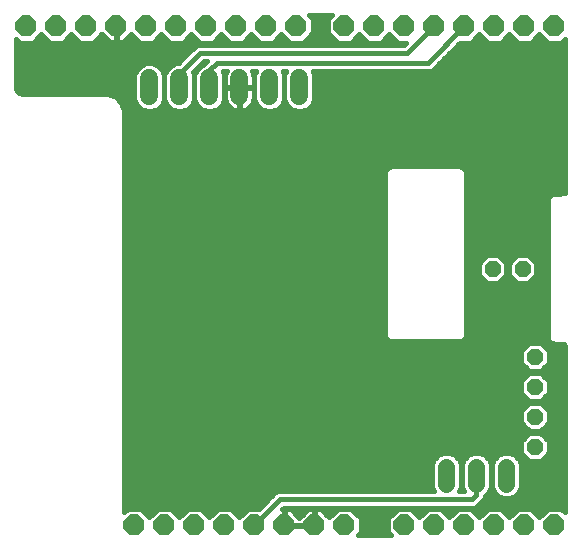
<source format=gbl>
G75*
%MOIN*%
%OFA0B0*%
%FSLAX24Y24*%
%IPPOS*%
%LPD*%
%AMOC8*
5,1,8,0,0,1.08239X$1,22.5*
%
%ADD10OC8,0.0700*%
%ADD11C,0.0600*%
%ADD12OC8,0.0520*%
%ADD13C,0.0560*%
%ADD14C,0.0160*%
%ADD15R,0.0396X0.0396*%
D10*
X004380Y000840D03*
X005380Y000840D03*
X006380Y000840D03*
X007380Y000840D03*
X008380Y000840D03*
X009380Y000840D03*
X010380Y000840D03*
X011380Y000840D03*
X013380Y000840D03*
X014380Y000840D03*
X015380Y000840D03*
X016380Y000840D03*
X017380Y000840D03*
X018380Y000840D03*
X018380Y017480D03*
X017380Y017480D03*
X016380Y017480D03*
X015380Y017480D03*
X014380Y017480D03*
X013380Y017480D03*
X012380Y017480D03*
X011380Y017480D03*
X009780Y017480D03*
X008780Y017480D03*
X007780Y017480D03*
X006780Y017480D03*
X005780Y017480D03*
X004780Y017480D03*
X003780Y017480D03*
X002780Y017480D03*
X001780Y017480D03*
X000780Y017480D03*
D11*
X004880Y015740D02*
X004880Y015140D01*
X005880Y015140D02*
X005880Y015740D01*
X006880Y015740D02*
X006880Y015140D01*
X007880Y015140D02*
X007880Y015740D01*
X008880Y015740D02*
X008880Y015140D01*
X009880Y015140D02*
X009880Y015740D01*
D12*
X016320Y009380D03*
X017320Y009380D03*
X017730Y006455D03*
X017730Y005455D03*
X017730Y004455D03*
X017730Y003455D03*
D13*
X016780Y002780D02*
X016780Y002220D01*
X015780Y002220D02*
X015780Y002780D01*
X014780Y002780D02*
X014780Y002220D01*
D14*
X004040Y001278D02*
X004040Y014671D01*
X003940Y014914D01*
X003754Y015100D01*
X003511Y015200D01*
X000680Y015200D01*
X000633Y015205D01*
X000547Y015240D01*
X000480Y015307D01*
X000445Y015393D01*
X000440Y015440D01*
X000440Y017042D01*
X000552Y016930D01*
X001008Y016930D01*
X001280Y017202D01*
X001552Y016930D01*
X002008Y016930D01*
X002280Y017202D01*
X002552Y016930D01*
X003008Y016930D01*
X003294Y017216D01*
X003560Y016950D01*
X003760Y016950D01*
X003760Y017460D01*
X003800Y017460D01*
X003800Y016950D01*
X004000Y016950D01*
X004266Y017216D01*
X004552Y016930D01*
X005008Y016930D01*
X005280Y017202D01*
X005552Y016930D01*
X006008Y016930D01*
X006280Y017202D01*
X006552Y016930D01*
X007008Y016930D01*
X007280Y017202D01*
X007552Y016930D01*
X008008Y016930D01*
X008280Y017202D01*
X008552Y016930D01*
X009008Y016930D01*
X009280Y017202D01*
X009552Y016930D01*
X010008Y016930D01*
X010330Y017252D01*
X010330Y017708D01*
X010198Y017840D01*
X010962Y017840D01*
X010830Y017708D01*
X010830Y017252D01*
X011152Y016930D01*
X011608Y016930D01*
X011880Y017202D01*
X012152Y016930D01*
X012608Y016930D01*
X012880Y017202D01*
X013152Y016930D01*
X013434Y016930D01*
X013364Y016860D01*
X006524Y016860D01*
X006421Y016817D01*
X006343Y016739D01*
X005844Y016240D01*
X005781Y016240D01*
X005597Y016164D01*
X005456Y016023D01*
X005380Y015839D01*
X005304Y016023D01*
X005163Y016164D01*
X004979Y016240D01*
X004781Y016240D01*
X004597Y016164D01*
X004456Y016023D01*
X004380Y015839D01*
X004380Y015041D01*
X004456Y014857D01*
X004597Y014716D01*
X004781Y014640D01*
X004979Y014640D01*
X005163Y014716D01*
X005304Y014857D01*
X005380Y015041D01*
X005380Y015839D01*
X005380Y015041D01*
X005456Y014857D01*
X005597Y014716D01*
X005781Y014640D01*
X005979Y014640D01*
X006163Y014716D01*
X006304Y014857D01*
X006380Y015041D01*
X006456Y014857D01*
X006597Y014716D01*
X006781Y014640D01*
X006979Y014640D01*
X007163Y014716D01*
X007304Y014857D01*
X007380Y015041D01*
X007380Y015839D01*
X007322Y015980D01*
X007464Y015980D01*
X007435Y015924D01*
X007412Y015852D01*
X007400Y015778D01*
X007400Y015460D01*
X007860Y015460D01*
X007860Y015420D01*
X007900Y015420D01*
X007900Y015460D01*
X008360Y015460D01*
X008360Y015778D01*
X008348Y015852D01*
X008325Y015924D01*
X008296Y015980D01*
X008438Y015980D01*
X008380Y015839D01*
X008380Y015041D01*
X008456Y014857D01*
X008597Y014716D01*
X008781Y014640D01*
X008979Y014640D01*
X009163Y014716D01*
X009304Y014857D01*
X009380Y015041D01*
X009456Y014857D01*
X009597Y014716D01*
X009781Y014640D01*
X009979Y014640D01*
X010163Y014716D01*
X010304Y014857D01*
X010380Y015041D01*
X010380Y015839D01*
X010322Y015980D01*
X014216Y015980D01*
X014319Y016023D01*
X015226Y016930D01*
X015608Y016930D01*
X015880Y017202D01*
X016152Y016930D01*
X016608Y016930D01*
X016880Y017202D01*
X017152Y016930D01*
X017608Y016930D01*
X017880Y017202D01*
X018152Y016930D01*
X018608Y016930D01*
X018720Y017042D01*
X018720Y011992D01*
X018720Y011940D01*
X018719Y011932D01*
X018713Y011918D01*
X018702Y011907D01*
X018688Y011901D01*
X018680Y011900D01*
X018628Y011900D01*
X018580Y011880D01*
X018368Y011880D01*
X018273Y011840D01*
X018200Y011767D01*
X018160Y011672D01*
X018160Y007088D01*
X018200Y006993D01*
X018273Y006920D01*
X018368Y006880D01*
X018660Y006880D01*
X018672Y006879D01*
X018693Y006870D01*
X018710Y006853D01*
X018719Y006832D01*
X018720Y006820D01*
X018720Y001278D01*
X018608Y001390D01*
X018152Y001390D01*
X017880Y001118D01*
X017608Y001390D01*
X017152Y001390D01*
X016880Y001118D01*
X016608Y001390D01*
X016152Y001390D01*
X015880Y001118D01*
X015608Y001390D01*
X015152Y001390D01*
X014880Y001118D01*
X014608Y001390D01*
X014152Y001390D01*
X013880Y001118D01*
X013608Y001390D01*
X013152Y001390D01*
X012830Y001068D01*
X012830Y000612D01*
X012942Y000500D01*
X011818Y000500D01*
X011930Y000612D01*
X011930Y001068D01*
X011608Y001390D01*
X011152Y001390D01*
X010866Y001104D01*
X010600Y001370D01*
X010400Y001370D01*
X010400Y000860D01*
X010360Y000860D01*
X010360Y001370D01*
X010160Y001370D01*
X009880Y001090D01*
X009600Y001370D01*
X009400Y001370D01*
X009400Y000860D01*
X009360Y000860D01*
X009360Y001370D01*
X009306Y001370D01*
X009356Y001420D01*
X015676Y001420D01*
X015779Y001463D01*
X015857Y001541D01*
X016017Y001701D01*
X016060Y001804D01*
X016060Y001821D01*
X016187Y001948D01*
X016260Y002125D01*
X016260Y002875D01*
X016187Y003052D01*
X016052Y003187D01*
X015875Y003260D01*
X015685Y003260D01*
X015508Y003187D01*
X015373Y003052D01*
X015300Y002875D01*
X015300Y002125D01*
X015360Y001980D01*
X015200Y001980D01*
X015260Y002125D01*
X015260Y002875D01*
X015187Y003052D01*
X015052Y003187D01*
X014875Y003260D01*
X014685Y003260D01*
X014508Y003187D01*
X014373Y003052D01*
X014300Y002875D01*
X014300Y002125D01*
X014360Y001980D01*
X009184Y001980D01*
X009081Y001937D01*
X008534Y001390D01*
X008152Y001390D01*
X007880Y001118D01*
X007608Y001390D01*
X007152Y001390D01*
X006880Y001118D01*
X006608Y001390D01*
X006152Y001390D01*
X005880Y001118D01*
X005608Y001390D01*
X005152Y001390D01*
X004880Y001118D01*
X004608Y001390D01*
X004152Y001390D01*
X004040Y001278D01*
X004040Y001352D02*
X004114Y001352D01*
X004040Y001510D02*
X008654Y001510D01*
X008813Y001669D02*
X004040Y001669D01*
X004040Y001827D02*
X008971Y001827D01*
X009240Y001700D02*
X008380Y000840D01*
X007955Y001193D02*
X007805Y001193D01*
X007646Y001352D02*
X008114Y001352D01*
X007114Y001352D02*
X006646Y001352D01*
X006805Y001193D02*
X006955Y001193D01*
X006114Y001352D02*
X005646Y001352D01*
X005805Y001193D02*
X005955Y001193D01*
X005114Y001352D02*
X004646Y001352D01*
X004805Y001193D02*
X004955Y001193D01*
X004040Y001986D02*
X014358Y001986D01*
X014300Y002144D02*
X004040Y002144D01*
X004040Y002303D02*
X014300Y002303D01*
X014300Y002461D02*
X004040Y002461D01*
X004040Y002620D02*
X014300Y002620D01*
X014300Y002778D02*
X004040Y002778D01*
X004040Y002937D02*
X014325Y002937D01*
X014416Y003095D02*
X004040Y003095D01*
X004040Y003254D02*
X014669Y003254D01*
X014891Y003254D02*
X015669Y003254D01*
X015891Y003254D02*
X016669Y003254D01*
X016685Y003260D02*
X016508Y003187D01*
X016373Y003052D01*
X016300Y002875D01*
X016300Y002125D01*
X016373Y001948D01*
X016508Y001813D01*
X016685Y001740D01*
X016875Y001740D01*
X017052Y001813D01*
X017187Y001948D01*
X017260Y002125D01*
X017260Y002875D01*
X017187Y003052D01*
X017052Y003187D01*
X016875Y003260D01*
X016685Y003260D01*
X016891Y003254D02*
X017281Y003254D01*
X017270Y003264D02*
X017540Y002995D01*
X017921Y002995D01*
X018190Y003264D01*
X018190Y003645D01*
X017921Y003915D01*
X017540Y003915D01*
X017270Y003645D01*
X017270Y003264D01*
X017270Y003412D02*
X004040Y003412D01*
X004040Y003571D02*
X017270Y003571D01*
X017354Y003729D02*
X004040Y003729D01*
X004040Y003888D02*
X017512Y003888D01*
X017540Y003995D02*
X017921Y003995D01*
X018190Y004264D01*
X018190Y004645D01*
X017921Y004915D01*
X017540Y004915D01*
X017270Y004645D01*
X017270Y004264D01*
X017540Y003995D01*
X017488Y004046D02*
X004040Y004046D01*
X004040Y004205D02*
X017330Y004205D01*
X017270Y004363D02*
X004040Y004363D01*
X004040Y004522D02*
X017270Y004522D01*
X017305Y004680D02*
X004040Y004680D01*
X004040Y004839D02*
X017463Y004839D01*
X017540Y004995D02*
X017921Y004995D01*
X018190Y005264D01*
X018190Y005645D01*
X017921Y005915D01*
X017540Y005915D01*
X017270Y005645D01*
X017270Y005264D01*
X017540Y004995D01*
X017537Y004997D02*
X004040Y004997D01*
X004040Y005156D02*
X017379Y005156D01*
X017270Y005314D02*
X004040Y005314D01*
X004040Y005473D02*
X017270Y005473D01*
X017270Y005631D02*
X004040Y005631D01*
X004040Y005790D02*
X017414Y005790D01*
X017540Y005995D02*
X017921Y005995D01*
X018190Y006264D01*
X018190Y006645D01*
X017921Y006915D01*
X017540Y006915D01*
X017270Y006645D01*
X017270Y006264D01*
X017540Y005995D01*
X017428Y006107D02*
X004040Y006107D01*
X004040Y006265D02*
X017270Y006265D01*
X017270Y006424D02*
X004040Y006424D01*
X004040Y006582D02*
X017270Y006582D01*
X017365Y006741D02*
X004040Y006741D01*
X004040Y006899D02*
X017524Y006899D01*
X017937Y006899D02*
X018322Y006899D01*
X018173Y007058D02*
X015365Y007058D01*
X015400Y007093D02*
X015440Y007188D01*
X015440Y012592D01*
X015400Y012687D01*
X015327Y012760D01*
X015232Y012800D01*
X012928Y012800D01*
X012833Y012760D01*
X012760Y012687D01*
X012720Y012592D01*
X012720Y007188D01*
X012760Y007093D01*
X012833Y007020D01*
X012928Y006980D01*
X013032Y006980D01*
X015232Y006980D01*
X015327Y007020D01*
X015400Y007093D01*
X015440Y007216D02*
X018160Y007216D01*
X018160Y007375D02*
X015440Y007375D01*
X015440Y007533D02*
X018160Y007533D01*
X018160Y007692D02*
X015440Y007692D01*
X015440Y007850D02*
X018160Y007850D01*
X018160Y008009D02*
X015440Y008009D01*
X015440Y008167D02*
X018160Y008167D01*
X018160Y008326D02*
X015440Y008326D01*
X015440Y008484D02*
X018160Y008484D01*
X018160Y008643D02*
X015440Y008643D01*
X015440Y008801D02*
X018160Y008801D01*
X018160Y008960D02*
X017550Y008960D01*
X017511Y008920D02*
X017780Y009189D01*
X017780Y009571D01*
X017511Y009840D01*
X017129Y009840D01*
X016860Y009571D01*
X016860Y009189D01*
X017129Y008920D01*
X017511Y008920D01*
X017709Y009118D02*
X018160Y009118D01*
X018160Y009277D02*
X017780Y009277D01*
X017780Y009435D02*
X018160Y009435D01*
X018160Y009594D02*
X017757Y009594D01*
X017599Y009752D02*
X018160Y009752D01*
X018160Y009911D02*
X015440Y009911D01*
X015440Y010069D02*
X018160Y010069D01*
X018160Y010228D02*
X015440Y010228D01*
X015440Y010386D02*
X018160Y010386D01*
X018160Y010545D02*
X015440Y010545D01*
X015440Y010703D02*
X018160Y010703D01*
X018160Y010862D02*
X015440Y010862D01*
X015440Y011020D02*
X018160Y011020D01*
X018160Y011179D02*
X015440Y011179D01*
X015440Y011337D02*
X018160Y011337D01*
X018160Y011496D02*
X015440Y011496D01*
X015440Y011654D02*
X018160Y011654D01*
X018245Y011813D02*
X015440Y011813D01*
X015440Y011971D02*
X018720Y011971D01*
X018720Y012130D02*
X015440Y012130D01*
X015440Y012288D02*
X018720Y012288D01*
X018720Y012447D02*
X015440Y012447D01*
X015434Y012605D02*
X018720Y012605D01*
X018720Y012764D02*
X015320Y012764D01*
X012840Y012764D02*
X004040Y012764D01*
X004040Y012922D02*
X018720Y012922D01*
X018720Y013081D02*
X004040Y013081D01*
X004040Y013239D02*
X018720Y013239D01*
X018720Y013398D02*
X004040Y013398D01*
X004040Y013556D02*
X018720Y013556D01*
X018720Y013715D02*
X004040Y013715D01*
X004040Y013873D02*
X018720Y013873D01*
X018720Y014032D02*
X004040Y014032D01*
X004040Y014190D02*
X018720Y014190D01*
X018720Y014349D02*
X004040Y014349D01*
X004040Y014507D02*
X018720Y014507D01*
X018720Y014666D02*
X010041Y014666D01*
X010271Y014824D02*
X018720Y014824D01*
X018720Y014983D02*
X010356Y014983D01*
X010380Y015141D02*
X018720Y015141D01*
X018720Y015300D02*
X010380Y015300D01*
X010380Y015458D02*
X018720Y015458D01*
X018720Y015617D02*
X010380Y015617D01*
X010380Y015775D02*
X018720Y015775D01*
X018720Y015934D02*
X010341Y015934D01*
X009438Y015980D02*
X009380Y015839D01*
X009380Y015041D01*
X009380Y015839D01*
X009322Y015980D01*
X009438Y015980D01*
X009419Y015934D02*
X009341Y015934D01*
X009380Y015775D02*
X009380Y015775D01*
X009380Y015617D02*
X009380Y015617D01*
X009380Y015458D02*
X009380Y015458D01*
X009380Y015300D02*
X009380Y015300D01*
X009380Y015141D02*
X009380Y015141D01*
X009356Y014983D02*
X009404Y014983D01*
X009489Y014824D02*
X009271Y014824D01*
X009041Y014666D02*
X009719Y014666D01*
X008719Y014666D02*
X007953Y014666D01*
X007918Y014660D02*
X007992Y014672D01*
X008064Y014695D01*
X008132Y014729D01*
X008193Y014774D01*
X008246Y014827D01*
X008291Y014888D01*
X008325Y014956D01*
X008348Y015028D01*
X008360Y015102D01*
X008360Y015420D01*
X007900Y015420D01*
X007900Y014660D01*
X007918Y014660D01*
X007900Y014666D02*
X007860Y014666D01*
X007860Y014660D02*
X007860Y015420D01*
X007400Y015420D01*
X007400Y015102D01*
X007412Y015028D01*
X007435Y014956D01*
X007469Y014888D01*
X007514Y014827D01*
X007567Y014774D01*
X007628Y014729D01*
X007696Y014695D01*
X007768Y014672D01*
X007842Y014660D01*
X007860Y014660D01*
X007807Y014666D02*
X007041Y014666D01*
X007271Y014824D02*
X007517Y014824D01*
X007426Y014983D02*
X007356Y014983D01*
X007380Y015141D02*
X007400Y015141D01*
X007400Y015300D02*
X007380Y015300D01*
X007380Y015458D02*
X007860Y015458D01*
X007900Y015458D02*
X008380Y015458D01*
X008380Y015300D02*
X008360Y015300D01*
X008360Y015141D02*
X008380Y015141D01*
X008404Y014983D02*
X008334Y014983D01*
X008243Y014824D02*
X008489Y014824D01*
X007900Y014824D02*
X007860Y014824D01*
X007860Y014983D02*
X007900Y014983D01*
X007900Y015141D02*
X007860Y015141D01*
X007860Y015300D02*
X007900Y015300D01*
X007400Y015617D02*
X007380Y015617D01*
X007380Y015775D02*
X007400Y015775D01*
X007440Y015934D02*
X007341Y015934D01*
X007140Y016260D02*
X014160Y016260D01*
X015380Y017480D01*
X015721Y017043D02*
X016039Y017043D01*
X015881Y017202D02*
X015879Y017202D01*
X015181Y016885D02*
X018720Y016885D01*
X018720Y016726D02*
X015022Y016726D01*
X014864Y016568D02*
X018720Y016568D01*
X018720Y016409D02*
X014705Y016409D01*
X014547Y016251D02*
X018720Y016251D01*
X018720Y016092D02*
X014388Y016092D01*
X013480Y016580D02*
X014380Y017480D01*
X013389Y016885D02*
X000440Y016885D01*
X000440Y016726D02*
X006330Y016726D01*
X006172Y016568D02*
X000440Y016568D01*
X000440Y016409D02*
X006013Y016409D01*
X005855Y016251D02*
X000440Y016251D01*
X000440Y016092D02*
X004525Y016092D01*
X004419Y015934D02*
X000440Y015934D01*
X000440Y015775D02*
X004380Y015775D01*
X004380Y015617D02*
X000440Y015617D01*
X000440Y015458D02*
X004380Y015458D01*
X004380Y015300D02*
X000488Y015300D01*
X001121Y017043D02*
X001439Y017043D01*
X001281Y017202D02*
X001279Y017202D01*
X002121Y017043D02*
X002439Y017043D01*
X002281Y017202D02*
X002279Y017202D01*
X003121Y017043D02*
X003467Y017043D01*
X003309Y017202D02*
X003279Y017202D01*
X003760Y017202D02*
X003800Y017202D01*
X003800Y017360D02*
X003760Y017360D01*
X003760Y017043D02*
X003800Y017043D01*
X004093Y017043D02*
X004439Y017043D01*
X004281Y017202D02*
X004251Y017202D01*
X005121Y017043D02*
X005439Y017043D01*
X005281Y017202D02*
X005279Y017202D01*
X006121Y017043D02*
X006439Y017043D01*
X006281Y017202D02*
X006279Y017202D01*
X006580Y016580D02*
X013480Y016580D01*
X013039Y017043D02*
X012721Y017043D01*
X012879Y017202D02*
X012881Y017202D01*
X012039Y017043D02*
X011721Y017043D01*
X011879Y017202D02*
X011881Y017202D01*
X011039Y017043D02*
X010121Y017043D01*
X010279Y017202D02*
X010881Y017202D01*
X010830Y017360D02*
X010330Y017360D01*
X010330Y017519D02*
X010830Y017519D01*
X010830Y017677D02*
X010330Y017677D01*
X010202Y017836D02*
X010958Y017836D01*
X009439Y017043D02*
X009121Y017043D01*
X009279Y017202D02*
X009281Y017202D01*
X008439Y017043D02*
X008121Y017043D01*
X008279Y017202D02*
X008281Y017202D01*
X007439Y017043D02*
X007121Y017043D01*
X007279Y017202D02*
X007281Y017202D01*
X006580Y016580D02*
X005880Y015880D01*
X005880Y015440D01*
X005380Y015458D02*
X005380Y015458D01*
X005380Y015300D02*
X005380Y015300D01*
X005380Y015141D02*
X005380Y015141D01*
X005356Y014983D02*
X005404Y014983D01*
X005489Y014824D02*
X005271Y014824D01*
X005041Y014666D02*
X005719Y014666D01*
X006041Y014666D02*
X006719Y014666D01*
X006489Y014824D02*
X006271Y014824D01*
X006356Y014983D02*
X006404Y014983D01*
X006380Y015041D02*
X006380Y015839D01*
X006456Y016023D01*
X006597Y016164D01*
X006684Y016200D01*
X006784Y016300D01*
X006696Y016300D01*
X006338Y015942D01*
X006380Y015839D01*
X006380Y015041D01*
X006380Y015141D02*
X006380Y015141D01*
X006380Y015300D02*
X006380Y015300D01*
X006380Y015458D02*
X006380Y015458D01*
X006380Y015617D02*
X006380Y015617D01*
X006380Y015775D02*
X006380Y015775D01*
X006341Y015934D02*
X006419Y015934D01*
X006488Y016092D02*
X006525Y016092D01*
X006647Y016251D02*
X006735Y016251D01*
X006880Y016000D02*
X007140Y016260D01*
X006880Y016000D02*
X006880Y015440D01*
X005525Y016092D02*
X005235Y016092D01*
X005341Y015934D02*
X005419Y015934D01*
X005380Y015775D02*
X005380Y015775D01*
X005380Y015617D02*
X005380Y015617D01*
X004489Y014824D02*
X003977Y014824D01*
X003940Y014914D02*
X003940Y014914D01*
X003871Y014983D02*
X004404Y014983D01*
X004380Y015141D02*
X003654Y015141D01*
X003754Y015100D02*
X003754Y015100D01*
X004040Y014666D02*
X004719Y014666D01*
X004040Y012605D02*
X012726Y012605D01*
X012720Y012447D02*
X004040Y012447D01*
X004040Y012288D02*
X012720Y012288D01*
X012720Y012130D02*
X004040Y012130D01*
X004040Y011971D02*
X012720Y011971D01*
X012720Y011813D02*
X004040Y011813D01*
X004040Y011654D02*
X012720Y011654D01*
X012720Y011496D02*
X004040Y011496D01*
X004040Y011337D02*
X012720Y011337D01*
X012720Y011179D02*
X004040Y011179D01*
X004040Y011020D02*
X012720Y011020D01*
X012720Y010862D02*
X004040Y010862D01*
X004040Y010703D02*
X012720Y010703D01*
X012720Y010545D02*
X004040Y010545D01*
X004040Y010386D02*
X012720Y010386D01*
X012720Y010228D02*
X004040Y010228D01*
X004040Y010069D02*
X012720Y010069D01*
X012720Y009911D02*
X004040Y009911D01*
X004040Y009752D02*
X012720Y009752D01*
X012720Y009594D02*
X004040Y009594D01*
X004040Y009435D02*
X012720Y009435D01*
X012720Y009277D02*
X004040Y009277D01*
X004040Y009118D02*
X012720Y009118D01*
X012720Y008960D02*
X004040Y008960D01*
X004040Y008801D02*
X012720Y008801D01*
X012720Y008643D02*
X004040Y008643D01*
X004040Y008484D02*
X012720Y008484D01*
X012720Y008326D02*
X004040Y008326D01*
X004040Y008167D02*
X012720Y008167D01*
X012720Y008009D02*
X004040Y008009D01*
X004040Y007850D02*
X012720Y007850D01*
X012720Y007692D02*
X004040Y007692D01*
X004040Y007533D02*
X012720Y007533D01*
X012720Y007375D02*
X004040Y007375D01*
X004040Y007216D02*
X012720Y007216D01*
X012795Y007058D02*
X004040Y007058D01*
X004040Y005948D02*
X018720Y005948D01*
X018720Y005790D02*
X018046Y005790D01*
X018190Y005631D02*
X018720Y005631D01*
X018720Y005473D02*
X018190Y005473D01*
X018190Y005314D02*
X018720Y005314D01*
X018720Y005156D02*
X018081Y005156D01*
X017923Y004997D02*
X018720Y004997D01*
X018720Y004839D02*
X017997Y004839D01*
X018156Y004680D02*
X018720Y004680D01*
X018720Y004522D02*
X018190Y004522D01*
X018190Y004363D02*
X018720Y004363D01*
X018720Y004205D02*
X018130Y004205D01*
X017972Y004046D02*
X018720Y004046D01*
X018720Y003888D02*
X017948Y003888D01*
X018107Y003729D02*
X018720Y003729D01*
X018720Y003571D02*
X018190Y003571D01*
X018190Y003412D02*
X018720Y003412D01*
X018720Y003254D02*
X018179Y003254D01*
X018021Y003095D02*
X018720Y003095D01*
X018720Y002937D02*
X017235Y002937D01*
X017260Y002778D02*
X018720Y002778D01*
X018720Y002620D02*
X017260Y002620D01*
X017260Y002461D02*
X018720Y002461D01*
X018720Y002303D02*
X017260Y002303D01*
X017260Y002144D02*
X018720Y002144D01*
X018720Y001986D02*
X017202Y001986D01*
X017066Y001827D02*
X018720Y001827D01*
X018720Y001669D02*
X015984Y001669D01*
X016066Y001827D02*
X016494Y001827D01*
X016358Y001986D02*
X016202Y001986D01*
X016260Y002144D02*
X016300Y002144D01*
X016300Y002303D02*
X016260Y002303D01*
X016260Y002461D02*
X016300Y002461D01*
X016300Y002620D02*
X016260Y002620D01*
X016260Y002778D02*
X016300Y002778D01*
X016325Y002937D02*
X016235Y002937D01*
X016144Y003095D02*
X016416Y003095D01*
X015780Y002500D02*
X015780Y001860D01*
X015620Y001700D01*
X009240Y001700D01*
X009360Y001352D02*
X009400Y001352D01*
X009400Y001193D02*
X009360Y001193D01*
X009360Y001035D02*
X009400Y001035D01*
X009400Y000876D02*
X009360Y000876D01*
X009400Y000860D02*
X009850Y000860D01*
X010360Y000860D01*
X010360Y000820D01*
X009400Y000820D01*
X009400Y000860D01*
X009777Y001193D02*
X009983Y001193D01*
X010142Y001352D02*
X009618Y001352D01*
X010360Y001352D02*
X010400Y001352D01*
X010400Y001193D02*
X010360Y001193D01*
X010360Y001035D02*
X010400Y001035D01*
X010400Y000876D02*
X010360Y000876D01*
X010777Y001193D02*
X010955Y001193D01*
X011114Y001352D02*
X010618Y001352D01*
X011646Y001352D02*
X013114Y001352D01*
X012955Y001193D02*
X011805Y001193D01*
X011930Y001035D02*
X012830Y001035D01*
X012830Y000876D02*
X011930Y000876D01*
X011930Y000718D02*
X012830Y000718D01*
X012883Y000559D02*
X011877Y000559D01*
X013646Y001352D02*
X014114Y001352D01*
X013955Y001193D02*
X013805Y001193D01*
X014646Y001352D02*
X015114Y001352D01*
X014955Y001193D02*
X014805Y001193D01*
X015646Y001352D02*
X016114Y001352D01*
X015955Y001193D02*
X015805Y001193D01*
X015826Y001510D02*
X018720Y001510D01*
X018720Y001352D02*
X018646Y001352D01*
X018114Y001352D02*
X017646Y001352D01*
X017805Y001193D02*
X017955Y001193D01*
X017114Y001352D02*
X016646Y001352D01*
X016805Y001193D02*
X016955Y001193D01*
X015358Y001986D02*
X015202Y001986D01*
X015260Y002144D02*
X015300Y002144D01*
X015300Y002303D02*
X015260Y002303D01*
X015260Y002461D02*
X015300Y002461D01*
X015300Y002620D02*
X015260Y002620D01*
X015260Y002778D02*
X015300Y002778D01*
X015325Y002937D02*
X015235Y002937D01*
X015144Y003095D02*
X015416Y003095D01*
X017144Y003095D02*
X017439Y003095D01*
X018032Y006107D02*
X018720Y006107D01*
X018720Y006265D02*
X018190Y006265D01*
X018190Y006424D02*
X018720Y006424D01*
X018720Y006582D02*
X018190Y006582D01*
X018095Y006741D02*
X018720Y006741D01*
X016511Y008920D02*
X016129Y008920D01*
X015860Y009189D01*
X015860Y009571D01*
X016129Y009840D01*
X016511Y009840D01*
X016780Y009571D01*
X016780Y009189D01*
X016511Y008920D01*
X016550Y008960D02*
X017090Y008960D01*
X016931Y009118D02*
X016709Y009118D01*
X016780Y009277D02*
X016860Y009277D01*
X016860Y009435D02*
X016780Y009435D01*
X016757Y009594D02*
X016883Y009594D01*
X017041Y009752D02*
X016599Y009752D01*
X016041Y009752D02*
X015440Y009752D01*
X015440Y009594D02*
X015883Y009594D01*
X015860Y009435D02*
X015440Y009435D01*
X015440Y009277D02*
X015860Y009277D01*
X015931Y009118D02*
X015440Y009118D01*
X015440Y008960D02*
X016090Y008960D01*
X008380Y015617D02*
X008360Y015617D01*
X008360Y015775D02*
X008380Y015775D01*
X008419Y015934D02*
X008320Y015934D01*
X016721Y017043D02*
X017039Y017043D01*
X016881Y017202D02*
X016879Y017202D01*
X017721Y017043D02*
X018039Y017043D01*
X017881Y017202D02*
X017879Y017202D01*
D15*
X010020Y005780D03*
X010020Y003300D03*
M02*

</source>
